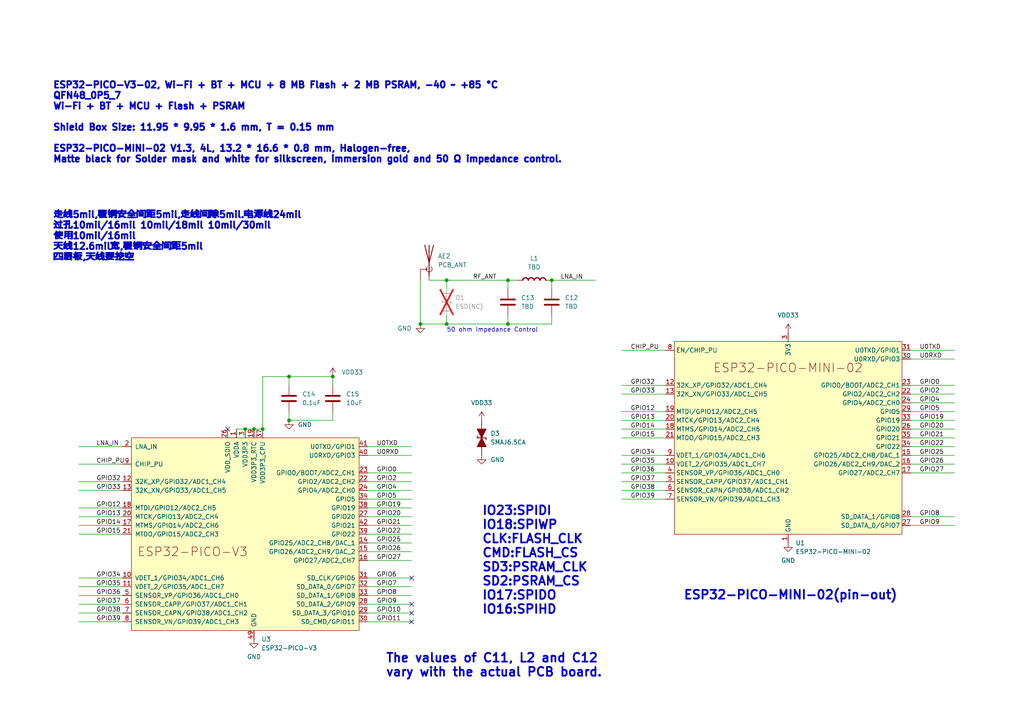
<source format=kicad_sch>
(kicad_sch (version 20250114) (generator "eeschema") (generator_version "9.0")
  (paper "A4")
  (lib_symbols
    (symbol "Device:Antenna_Shield" (pin_numbers (hide yes)) (pin_names (offset 1.016) (hide yes))
      (property "Reference" "AE" (at -1.905 4.445 0))
      (property "Value" "Antenna_Shield" (at -1.905 2.54 0))
      (symbol "Antenna_Shield_0_1"
        (arc (start 0 -2.667) (mid -0.8485 -2.1032) (end -0.508 -1.143))
        (polyline (pts (xy 0 5.08) (xy 0 -3.81)) (stroke (width 0.254)))
        (polyline (pts (xy 0 -2.54) (xy 0 0)))
        (arc (start 0.508 -1.143) (mid 0.8046 -2.0885) (end 0 -2.667))
        (polyline (pts (xy 0.762 -1.905) (xy 2.54 -1.905)))
        (circle (center 0.762 -1.905) (radius 0.1778) (fill (type outline)))
        (polyline (pts (xy 1.27 5.08) (xy 0 0) (xy -1.27 5.08)) (stroke (width 0.254)))
        (polyline (pts (xy 2.54 -2.54) (xy 2.54 -1.905)))
      )
      (symbol "Antenna_Shield_1_1"
        (pin input line (at 0 -5.08 90) (length 2.54) (name "A") (number "1"))
        (pin input line (at 2.54 -5.08 90) (length 2.54) (name "Shield") (number "2"))
      )
    )
    (symbol "Diode:ESD9B5.0ST5G" (pin_numbers (hide yes)) (pin_names (offset 1.016) (hide yes))
      (property "Reference" "D" (at 0 2.54 0))
      (property "Value" "ESD9B5.0ST5G" (at 0 -2.54 0))
      (symbol "ESD9B5.0ST5G_0_1"
        (polyline (pts (xy -2.54 -1.27) (xy 0 0) (xy -2.54 1.27) (xy -2.54 -1.27)) (stroke (width 0.2032)))
        (polyline (pts (xy 0.508 1.27) (xy 0 1.27) (xy 0 -1.27) (xy -0.508 -1.27)) (stroke (width 0.2032)))
        (polyline (pts (xy 1.27 0) (xy -1.27 0)))
        (polyline (pts (xy 2.54 1.27) (xy 2.54 -1.27) (xy 0 0) (xy 2.54 1.27)) (stroke (width 0.2032)))
      )
      (symbol "ESD9B5.0ST5G_1_1"
        (pin passive line (at -3.81 0 0) (length 2.54) (name "A1") (number "1"))
        (pin passive line (at 3.81 0 180) (length 2.54) (name "A2") (number "2"))
      )
    )
    (symbol "PCM_Capacitor_AKL:C_1206" (pin_numbers (hide yes)) (pin_names (offset 0.254))
      (property "Reference" "C" (at 0.635 2.54 0))
      (property "Value" "C_1206" (at 0.635 -2.54 0))
      (symbol "C_1206_0_1"
        (polyline (pts (xy -2.032 0.762) (xy 2.032 0.762)) (stroke (width 0.508)))
        (polyline (pts (xy -2.032 -0.762) (xy 2.032 -0.762)) (stroke (width 0.508)))
      )
      (symbol "C_1206_0_2"
        (polyline (pts (xy -2.54 -2.54) (xy -0.381 -0.381)))
        (polyline (pts (xy -0.508 -0.508) (xy -1.651 0.635)) (stroke (width 0.508)))
        (polyline (pts (xy -0.508 -0.508) (xy 0.635 -1.651)) (stroke (width 0.508)))
        (polyline (pts (xy 0.381 0.381) (xy 2.54 2.54)))
        (polyline (pts (xy 0.508 0.508) (xy -0.635 1.651)) (stroke (width 0.508)))
        (polyline (pts (xy 0.508 0.508) (xy 1.651 -0.635)) (stroke (width 0.508)))
      )
      (symbol "C_1206_1_1"
        (pin passive line (at 0 3.81 270) (length 2.794) (name "~") (number "1"))
        (pin passive line (at 0 -3.81 90) (length 2.794) (name "~") (number "2"))
      )
      (symbol "C_1206_1_2"
        (pin passive line (at -2.54 -2.54 90) (length 0) (name "~") (number "2"))
        (pin passive line (at 2.54 2.54 270) (length 0) (name "~") (number "1"))
      )
    )
    (symbol "PCM_Diode_TVS_AKL:SMAJ6.5CA" (pin_numbers (hide yes)) (pin_names (offset 1.016) (hide yes))
      (property "Reference" "D" (at 0 5.08 0))
      (property "Value" "SMAJ6.5CA" (at 0 2.54 0))
      (symbol "SMAJ6.5CA_0_1"
        (polyline (pts (xy 0 1.27) (xy 0 -1.27)) (stroke (width 0.254)))
        (polyline (pts (xy 0 1.27) (xy 0.508 1.27)) (stroke (width 0.254)))
        (polyline (pts (xy 0 0) (xy -2.54 1.27) (xy -2.54 -1.27) (xy 0 0)) (stroke (width 0.254)) (fill (type outline)))
        (polyline (pts (xy 0 -1.27) (xy -0.508 -1.27)) (stroke (width 0.254)))
        (polyline (pts (xy 1.27 0) (xy -1.27 0)))
        (polyline (pts (xy 2.54 1.27) (xy 2.54 -1.27) (xy 0 0) (xy 2.54 1.27)) (stroke (width 0.254)) (fill (type outline)))
      )
      (symbol "SMAJ6.5CA_0_2"
        (polyline (pts (xy -3.81 -3.81) (xy 3.81 3.81)))
        (polyline (pts (xy -1.778 -1.778) (xy -2.667 -0.889) (xy 0 0) (xy -0.889 -2.667) (xy -1.778 -1.778)) (stroke (width 0.254)) (fill (type outline)))
        (polyline (pts (xy -0.889 0.889) (xy -1.27 0.508)) (stroke (width 0.254)))
        (polyline (pts (xy -0.889 0.889) (xy 0.889 -0.889)) (stroke (width 0.254)))
        (polyline (pts (xy 0.889 -0.889) (xy 1.27 -0.508)) (stroke (width 0.254)))
        (polyline (pts (xy 1.778 1.778) (xy 2.667 0.889) (xy 0 0) (xy 0.889 2.667) (xy 1.778 1.778)) (stroke (width 0.254)) (fill (type outline)))
      )
      (symbol "SMAJ6.5CA_1_1"
        (pin passive line (at -5.08 0 0) (length 2.54) (name "K") (number "1"))
        (pin passive line (at 5.08 0 180) (length 2.54) (name "A") (number "2"))
      )
      (symbol "SMAJ6.5CA_1_2"
        (pin passive line (at -3.81 -3.81 0) (length 0) (name "A") (number "2"))
        (pin passive line (at 3.81 3.81 180) (length 0) (name "K") (number "1"))
      )
    )
    (symbol "PCM_Elektuur:L" (pin_numbers (hide yes)) (pin_names (offset 0) (hide yes))
      (property "Reference" "L" (at 2.54 3.175 0))
      (property "Value" "L" (at 2.54 -3.175 0))
      (symbol "L_1_0"
        (arc (start 0 3.302) (mid 0.6604 2.5146) (end 0 1.7272) (stroke (width 0.254)))
        (arc (start 0 1.6256) (mid 0.6604 0.8382) (end 0 0.0508) (stroke (width 0.254)))
        (arc (start 0 -0.0508) (mid 0.6604 -0.8382) (end 0 -1.6256) (stroke (width 0.254)))
        (arc (start 0 -1.7272) (mid 0.6604 -2.5146) (end 0 -3.302) (stroke (width 0.254)))
        (arc (start 0 3.4036) (mid 0.762 2.5146) (end 0 1.6256) (stroke (width 0.254)))
        (arc (start 0 1.7272) (mid 0.762 0.8382) (end 0 -0.0508) (stroke (width 0.254)))
        (arc (start 0 0.0508) (mid 0.762 -0.8382) (end 0 -1.7272) (stroke (width 0.254)))
        (arc (start 0 -1.6256) (mid 0.762 -2.5146) (end 0 -3.4036) (stroke (width 0.254)))
        (polyline (pts (xy 0 3.5052) (xy 0 3.302)) (stroke (width 0.254)))
        (polyline (pts (xy 0 1.7272) (xy 0 1.6256)) (stroke (width 0.254)))
        (polyline (pts (xy 0 0.0508) (xy 0 -0.0508)) (stroke (width 0.254)))
        (polyline (pts (xy 0 -1.6256) (xy 0 -1.7272)) (stroke (width 0.254)))
        (polyline (pts (xy 0 -3.302) (xy 0 -3.5052)) (stroke (width 0.254)))
        (pin passive line (at 0 5.08 270) (length 1.5748) (name "+") (number "1"))
        (pin passive line (at 0 -5.08 90) (length 1.5748) (name "-") (number "2"))
      )
      (symbol "L_1_2"
        (rectangle (start 1.524 3.3782) (end 1.9812 -3.3782) (stroke (width 0.254)) (fill (type outline)))
      )
      (symbol "L_1_3"
        (rectangle (start 1.524 3.0988) (end 1.9812 1.9304) (stroke (width 0.254)) (fill (type outline)))
        (rectangle (start 1.524 1.4224) (end 1.9812 0.254) (stroke (width 0.254)) (fill (type outline)))
        (rectangle (start 1.524 -0.254) (end 1.9812 -1.4224) (stroke (width 0.254)) (fill (type outline)))
        (rectangle (start 1.524 -1.9304) (end 1.9812 -3.0988) (stroke (width 0.254)) (fill (type outline)))
      )
    )
    (symbol "PCM_Espressif:ESP32-PICO-MINI-02"
      (property "Reference" "U" (at -33.02 33.02 0))
      (property "Value" "ESP32-PICO-MINI-02" (at -22.86 30.48 0))
      (symbol "ESP32-PICO-MINI-02_0_0"
        (text "ESP32-PICO-MINI-02" (at 0 20.32 0) (effects (font (size 2.54 2.54))))
        (pin power_in line (at 0 -30.48 90) (length 2.54) (name "GND") (number "1"))
        (pin passive line (at 0 -30.48 90) (length 2.54) (hide yes) (name "GND") (number "37"))
        (pin passive line (at 0 -30.48 90) (length 2.54) (hide yes) (name "GND") (number "38"))
        (pin passive line (at 0 -30.48 90) (length 2.54) (hide yes) (name "GND") (number "39"))
        (pin passive line (at 0 -30.48 90) (length 2.54) (hide yes) (name "GND") (number "40"))
        (pin passive line (at 0 -30.48 90) (length 2.54) (hide yes) (name "GND") (number "41"))
        (pin passive line (at 0 -30.48 90) (length 2.54) (hide yes) (name "GND") (number "42"))
        (pin passive line (at 0 -30.48 90) (length 2.54) (hide yes) (name "GND") (number "43"))
        (pin passive line (at 0 -30.48 90) (length 2.54) (hide yes) (name "GND") (number "44"))
        (pin passive line (at 0 -30.48 90) (length 2.54) (hide yes) (name "GND") (number "45"))
        (pin passive line (at 0 -30.48 90) (length 2.54) (hide yes) (name "GND") (number "46"))
        (pin passive line (at 0 -30.48 90) (length 2.54) (hide yes) (name "GND") (number "47"))
        (pin passive line (at 0 -30.48 90) (length 2.54) (hide yes) (name "GND") (number "48"))
        (pin passive line (at 0 -30.48 90) (length 2.54) (hide yes) (name "GND") (number "49"))
        (pin passive line (at 0 -30.48 90) (length 2.54) (hide yes) (name "GND") (number "50"))
        (pin passive line (at 0 -30.48 90) (length 2.54) (hide yes) (name "GND") (number "51"))
        (pin passive line (at 0 -30.48 90) (length 2.54) (hide yes) (name "GND") (number "52"))
        (pin passive line (at 0 -30.48 90) (length 2.54) (hide yes) (name "GND") (number "53"))
      )
      (symbol "ESP32-PICO-MINI-02_0_1"
        (rectangle (start -33.02 27.94) (end 33.02 -27.94) (fill (type background)))
      )
      (symbol "ESP32-PICO-MINI-02_1_1"
        (pin input line (at -35.56 25.4 0) (length 2.54) (name "EN/CHIP_PU") (number "8"))
        (pin bidirectional line (at -35.56 15.24 0) (length 2.54) (name "32K_XP/GPIO32/ADC1_CH4") (number "12"))
        (pin bidirectional line (at -35.56 12.7 0) (length 2.54) (name "32K_XN/GPIO33/ADC1_CH5") (number "13"))
        (pin bidirectional line (at -35.56 7.62 0) (length 2.54) (name "MTDI/GPIO12/ADC2_CH5") (number "19"))
        (pin bidirectional line (at -35.56 5.08 0) (length 2.54) (name "MTCK/GPIO13/ADC2_CH4") (number "20"))
        (pin bidirectional line (at -35.56 2.54 0) (length 2.54) (name "MTMS/GPIO14/ADC2_CH6") (number "18"))
        (pin bidirectional line (at -35.56 0 0) (length 2.54) (name "MTDO/GPIO15/ADC2_CH3") (number "21"))
        (pin input line (at -35.56 -5.08 0) (length 2.54) (name "VDET_1/GPIO34/ADC1_CH6") (number "9"))
        (pin input line (at -35.56 -7.62 0) (length 2.54) (name "VDET_2/GPIO35/ADC1_CH7") (number "10"))
        (pin input line (at -35.56 -10.16 0) (length 2.54) (name "SENSOR_VP/GPIO36/ADC1_CH0") (number "4"))
        (pin input line (at -35.56 -12.7 0) (length 2.54) (name "SENSOR_CAPP/GPIO37/ADC1_CH1") (number "5"))
        (pin input line (at -35.56 -15.24 0) (length 2.54) (name "SENSOR_CAPN/GPIO38/ADC1_CH2") (number "6"))
        (pin input line (at -35.56 -17.78 0) (length 2.54) (name "SENSOR_VN/GPIO39/ADC1_CH3") (number "7"))
        (pin no_connect line (at -33.02 -22.86 0) (length 2.54) (hide yes) (name "NC") (number "25"))
        (pin no_connect line (at -33.02 -25.4 0) (length 2.54) (hide yes) (name "NC") (number "32"))
        (pin power_in line (at 0 30.48 270) (length 2.54) (name "3V3") (number "3"))
        (pin passive line (at 0 -30.48 90) (length 2.54) (hide yes) (name "GND") (number "11"))
        (pin passive line (at 0 -30.48 90) (length 2.54) (hide yes) (name "GND") (number "14"))
        (pin passive line (at 0 -30.48 90) (length 2.54) (hide yes) (name "GND") (number "2"))
        (pin passive line (at 0 -30.48 90) (length 2.54) (hide yes) (name "GND") (number "36"))
        (pin bidirectional line (at 35.56 25.4 180) (length 2.54) (name "U0TXD/GPIO1") (number "31"))
        (pin bidirectional line (at 35.56 22.86 180) (length 2.54) (name "U0RXD/GPIO3") (number "30"))
        (pin bidirectional line (at 35.56 15.24 180) (length 2.54) (name "GPIO0/BOOT/ADC2_CH1") (number "23"))
        (pin bidirectional line (at 35.56 12.7 180) (length 2.54) (name "GPIO2/ADC2_CH2") (number "22"))
        (pin bidirectional line (at 35.56 10.16 180) (length 2.54) (name "GPIO4/ADC2_CH0") (number "24"))
        (pin bidirectional line (at 35.56 7.62 180) (length 2.54) (name "GPIO5") (number "29"))
        (pin bidirectional line (at 35.56 5.08 180) (length 2.54) (name "GPIO19") (number "33"))
        (pin bidirectional line (at 35.56 2.54 180) (length 2.54) (name "GPIO20") (number "26"))
        (pin bidirectional line (at 35.56 0 180) (length 2.54) (name "GPIO21") (number "35"))
        (pin bidirectional line (at 35.56 -2.54 180) (length 2.54) (name "GPIO22") (number "34"))
        (pin bidirectional line (at 35.56 -5.08 180) (length 2.54) (name "GPIO25/ADC2_CH8/DAC_1") (number "15"))
        (pin bidirectional line (at 35.56 -7.62 180) (length 2.54) (name "GPIO26/ADC2_CH9/DAC_2") (number "16"))
        (pin bidirectional line (at 35.56 -10.16 180) (length 2.54) (name "GPIO27/ADC2_CH7") (number "17"))
        (pin bidirectional line (at 35.56 -22.86 180) (length 2.54) (name "SD_DATA_1/GPIO8") (number "28"))
        (pin bidirectional line (at 35.56 -25.4 180) (length 2.54) (name "SD_DATA_0/GPIO7") (number "27"))
      )
    )
    (symbol "PCM_Espressif:ESP32-PICO-V3" (pin_names (offset 1.016))
      (property "Reference" "U" (at -33.02 33.02 0))
      (property "Value" "ESP32-PICO-V3" (at -33.02 30.48 0))
      (symbol "ESP32-PICO-V3_0_0"
        (text "ESP32-PICO-V3" (at -15.24 -5.08 0) (effects (font (size 2.54 2.54))))
      )
      (symbol "ESP32-PICO-V3_0_1"
        (rectangle (start -33.02 27.94) (end 33.02 -27.94) (fill (type background)))
      )
      (symbol "ESP32-PICO-V3_1_1"
        (pin bidirectional line (at -35.56 25.4 0) (length 2.54) (name "LNA_IN") (number "2"))
        (pin input line (at -35.56 20.32 0) (length 2.54) (name "CHIP_PU") (number "9"))
        (pin bidirectional line (at -35.56 15.24 0) (length 2.54) (name "32K_XP/GPIO32/ADC1_CH4") (number "12"))
        (pin bidirectional line (at -35.56 12.7 0) (length 2.54) (name "32K_XN/GPIO33/ADC1_CH5") (number "13"))
        (pin bidirectional line (at -35.56 7.62 0) (length 2.54) (name "MTDI/GPIO12/ADC2_CH5") (number "18"))
        (pin bidirectional line (at -35.56 5.08 0) (length 2.54) (name "MTCK/GPIO13/ADC2_CH4") (number "20"))
        (pin bidirectional line (at -35.56 2.54 0) (length 2.54) (name "MTMS/GPIO14/ADC2_CH6") (number "17"))
        (pin bidirectional line (at -35.56 0 0) (length 2.54) (name "MTDO/GPIO15/ADC2_CH3") (number "21"))
        (pin input line (at -35.56 -12.7 0) (length 2.54) (name "VDET_1/GPIO34/ADC1_CH6") (number "10"))
        (pin input line (at -35.56 -15.24 0) (length 2.54) (name "VDET_2/GPIO35/ADC1_CH7") (number "11"))
        (pin input line (at -35.56 -17.78 0) (length 2.54) (name "SENSOR_VP/GPIO36/ADC1_CH0") (number "5"))
        (pin input line (at -35.56 -20.32 0) (length 2.54) (name "SENSOR_CAPP/GPIO37/ADC1_CH1") (number "6"))
        (pin input line (at -35.56 -22.86 0) (length 2.54) (name "SENSOR_CAPN/GPIO38/ADC1_CH2") (number "7"))
        (pin input line (at -35.56 -25.4 0) (length 2.54) (name "SENSOR_VN/GPIO39/ADC1_CH3") (number "8"))
        (pin power_out line (at -5.08 30.48 270) (length 2.54) (name "VDD_SDIO") (number "26"))
        (pin power_in line (at -2.54 30.48 270) (length 2.54) (name "VDDA") (number "1"))
        (pin passive line (at -2.54 30.48 270) (length 2.54) (hide yes) (name "VDDA") (number "43"))
        (pin passive line (at -2.54 30.48 270) (length 2.54) (hide yes) (name "VDDA") (number "46"))
        (pin power_in line (at 0 30.48 270) (length 2.54) (name "VDD3P3") (number "3"))
        (pin passive line (at 0 30.48 270) (length 2.54) (hide yes) (name "VDD3P3") (number "4"))
        (pin power_in line (at 2.54 30.48 270) (length 2.54) (name "VDD3P3_RTC") (number "19"))
        (pin power_in line (at 2.54 -30.48 90) (length 2.54) (name "GND") (number "49"))
        (pin power_in line (at 5.08 30.48 270) (length 2.54) (name "VDD3P3_CPU") (number "37"))
        (pin bidirectional line (at 35.56 25.4 180) (length 2.54) (name "U0TXD/GPIO1") (number "41"))
        (pin bidirectional line (at 35.56 22.86 180) (length 2.54) (name "U0RXD/GPIO3") (number "40"))
        (pin bidirectional line (at 35.56 17.78 180) (length 2.54) (name "GPIO0/BOOT/ADC2_CH1") (number "23"))
        (pin bidirectional line (at 35.56 15.24 180) (length 2.54) (name "GPIO2/ADC2_CH2") (number "22"))
        (pin bidirectional line (at 35.56 12.7 180) (length 2.54) (name "GPIO4/ADC2_CH0") (number "24"))
        (pin bidirectional line (at 35.56 10.16 180) (length 2.54) (name "GPIO5") (number "34"))
        (pin bidirectional line (at 35.56 7.62 180) (length 2.54) (name "GPIO19") (number "38"))
        (pin bidirectional line (at 35.56 5.08 180) (length 2.54) (name "GPIO20") (number "27"))
        (pin bidirectional line (at 35.56 2.54 180) (length 2.54) (name "GPIO21") (number "42"))
        (pin bidirectional line (at 35.56 0 180) (length 2.54) (name "GPIO22") (number "39"))
        (pin bidirectional line (at 35.56 -2.54 180) (length 2.54) (name "GPIO25/ADC2_CH8/DAC_1") (number "14"))
        (pin bidirectional line (at 35.56 -5.08 180) (length 2.54) (name "GPIO26/ADC2_CH9/DAC_2") (number "15"))
        (pin bidirectional line (at 35.56 -7.62 180) (length 2.54) (name "GPIO27/ADC2_CH7") (number "16"))
        (pin bidirectional line (at 35.56 -12.7 180) (length 2.54) (name "SD_CLK/GPIO6") (number "31"))
        (pin bidirectional line (at 35.56 -15.24 180) (length 2.54) (name "SD_DATA_0/GPIO7") (number "32"))
        (pin bidirectional line (at 35.56 -17.78 180) (length 2.54) (name "SD_DATA_1/GPIO8") (number "33"))
        (pin bidirectional line (at 35.56 -20.32 180) (length 2.54) (name "SD_DATA_2/GPIO9") (number "28"))
        (pin bidirectional line (at 35.56 -22.86 180) (length 2.54) (name "SD_DATA_3/GPIO10") (number "29"))
        (pin bidirectional line (at 35.56 -25.4 180) (length 2.54) (name "SD_CMD/GPIO11") (number "30"))
      )
    )
    (symbol "power:+3.3V" (power) (pin_numbers (hide yes)) (pin_names (offset 0) (hide yes))
      (property "Value" "+3.3V" (at 0 3.556 0))
      (symbol "+3.3V_0_1"
        (polyline (pts (xy -0.762 1.27) (xy 0 2.54)))
        (polyline (pts (xy 0 2.54) (xy 0.762 1.27)))
        (polyline (pts (xy 0 0) (xy 0 2.54)))
      )
      (symbol "+3.3V_1_1"
        (pin power_in line (at 0 0 90) (length 0) (name "~") (number "1"))
      )
    )
    (symbol "power:GND" (power) (pin_numbers (hide yes)) (pin_names (offset 0) (hide yes))
      (property "Value" "GND" (at 0 -3.81 0))
      (symbol "GND_0_1"
        (polyline (pts (xy 0 0) (xy 0 -1.27) (xy 1.27 -1.27) (xy 0 -2.54) (xy -1.27 -1.27) (xy 0 -1.27)))
      )
      (symbol "GND_1_1"
        (pin power_in line (at 0 0 270) (length 0) (name "~") (number "1"))
      )
    )
  )
  (text "The values of C11, L2 and C12\nvary with the actual PCB board.\n" (exclude_from_sim yes) (at 111.76 193.04 0) (effects (font (size 2.54 2.54) (thickness 0.508) (bold yes)) (justify left)))
  (text "IO23:SPIDI\nIO18:SPIWP\nCLK:FLASH_CLK\nCMD:FLASH_CS\nSD3:PSRAM_CLK\nSD2:PSRAM_CS\nIO17:SPIDO\nIO16:SPIHD" (exclude_from_sim yes) (at 139.7 162.56 0) (effects (font (size 2.54 2.54) (thickness 0.508) (bold yes)) (justify left)))
  (text "50 ohm Impedance Control" (at 129.54 96.52 0) (effects (font (size 1.27 1.27)) (justify left bottom)))
  (text "ESP32-PICO-MINI-02(pin-out)" (exclude_from_sim yes) (at 198.12 172.72 0) (effects (font (size 2.54 2.54) (thickness 0.508) (bold yes)) (justify left)))
  (text "ESP32-PICO-V3-02, Wi-Fi + BT + MCU + 8 MB Flash + 2 MB PSRAM, -40 ~ +85 °C\nQFN48_0P5_7\nWi-Fi + BT + MCU + Flash + PSRAM\n\nShield Box Size: 11.95 * 9.95 * 1.6 mm, T = 0.15 mm\n\nESP32-PICO-MINI-02 V1.3, 4L, 13.2 * 16.6 * 0.8 mm, Halogen-free, \nMatte black for Solder mask and white for silkscreen, immersion gold and 50 Ω impedance control." (exclude_from_sim yes) (at 15.24 35.56 0) (effects (font (size 1.905 1.905) (thickness 0.508) (bold yes)) (justify left)))
  (text "走线5mil,覆铜安全间距5mil,走线间隙5mil.电源线24mil\n过孔10mil/16mil 10mil/18mil 10mil/30mil\n使用10mil/16mil\n天线12.6mil宽,覆铜安全间距5mil\n四层板,天线要挖空" (exclude_from_sim yes) (at 15.24 68.58 0) (effects (font (size 1.905 1.905) (thickness 0.508) (bold yes)) (justify left)))
  (junction (at 83.82 109.22))
  (junction (at 121.92 93.98))
  (junction (at 96.52 109.22))
  (junction (at 71.12 124.46))
  (junction (at 73.66 124.46))
  (junction (at 76.2 124.46))
  (junction (at 147.32 93.98))
  (junction (at 129.54 81.28))
  (junction (at 147.32 81.28))
  (junction (at 160.02 81.28))
  (junction (at 83.82 121.92))
  (junction (at 129.54 93.98))
  (no_connect (at 119.38 175.26))
  (no_connect (at 119.38 167.64))
  (no_connect (at 119.38 177.8))
  (no_connect (at 66.04 124.46))
  (no_connect (at 119.38 180.34))
  (wire (pts (xy 96.52 119.38) (xy 96.52 121.92)))
  (wire (pts (xy 264.16 127) (xy 276.86 127)))
  (wire (pts (xy 180.34 137.16) (xy 193.04 137.16)))
  (wire (pts (xy 180.34 121.92) (xy 193.04 121.92)))
  (wire (pts (xy 83.82 109.22) (xy 83.82 111.76)))
  (wire (pts (xy 22.86 154.94) (xy 35.56 154.94)))
  (wire (pts (xy 106.68 160.02) (xy 119.38 160.02)))
  (wire (pts (xy 106.68 157.48) (xy 119.38 157.48)))
  (wire (pts (xy 106.68 137.16) (xy 119.38 137.16)))
  (wire (pts (xy 147.32 81.28) (xy 147.32 83.82)))
  (wire (pts (xy 264.16 137.16) (xy 276.86 137.16)))
  (wire (pts (xy 129.54 93.98) (xy 147.32 93.98)))
  (wire (pts (xy 180.34 114.3) (xy 193.04 114.3)))
  (wire (pts (xy 180.34 142.24) (xy 193.04 142.24)))
  (wire (pts (xy 106.68 180.34) (xy 119.38 180.34)))
  (wire (pts (xy 180.34 101.6) (xy 193.04 101.6)))
  (wire (pts (xy 106.68 129.54) (xy 119.38 129.54)))
  (wire (pts (xy 106.68 149.86) (xy 119.38 149.86)))
  (wire (pts (xy 22.86 180.34) (xy 35.56 180.34)))
  (wire (pts (xy 106.68 132.08) (xy 119.38 132.08)))
  (wire (pts (xy 22.86 167.64) (xy 35.56 167.64)))
  (wire (pts (xy 264.16 101.6) (xy 276.86 101.6)))
  (wire (pts (xy 106.68 139.7) (xy 119.38 139.7)))
  (wire (pts (xy 180.34 124.46) (xy 193.04 124.46)))
  (wire (pts (xy 264.16 149.86) (xy 276.86 149.86)))
  (wire (pts (xy 22.86 142.24) (xy 35.56 142.24)))
  (wire (pts (xy 121.92 81.28) (xy 121.92 93.98)))
  (wire (pts (xy 180.34 139.7) (xy 193.04 139.7)))
  (wire (pts (xy 264.16 129.54) (xy 276.86 129.54)))
  (wire (pts (xy 22.86 177.8) (xy 35.56 177.8)))
  (wire (pts (xy 147.32 91.44) (xy 147.32 93.98)))
  (wire (pts (xy 106.68 175.26) (xy 119.38 175.26)))
  (wire (pts (xy 71.12 124.46) (xy 73.66 124.46)))
  (wire (pts (xy 129.54 81.28) (xy 129.54 83.82)))
  (wire (pts (xy 180.34 134.62) (xy 193.04 134.62)))
  (wire (pts (xy 264.16 116.84) (xy 276.86 116.84)))
  (wire (pts (xy 264.16 114.3) (xy 276.86 114.3)))
  (wire (pts (xy 76.2 109.22) (xy 83.82 109.22)))
  (wire (pts (xy 160.02 83.82) (xy 160.02 81.28)))
  (wire (pts (xy 180.34 127) (xy 193.04 127)))
  (wire (pts (xy 180.34 132.08) (xy 193.04 132.08)))
  (wire (pts (xy 121.92 93.98) (xy 129.54 93.98)))
  (wire (pts (xy 264.16 121.92) (xy 276.86 121.92)))
  (wire (pts (xy 160.02 81.28) (xy 172.72 81.28)))
  (wire (pts (xy 180.34 111.76) (xy 193.04 111.76)))
  (wire (pts (xy 264.16 111.76) (xy 276.86 111.76)))
  (wire (pts (xy 22.86 134.62) (xy 35.56 134.62)))
  (wire (pts (xy 264.16 104.14) (xy 276.86 104.14)))
  (wire (pts (xy 264.16 124.46) (xy 276.86 124.46)))
  (wire (pts (xy 160.02 93.98) (xy 160.02 91.44)))
  (wire (pts (xy 22.86 129.54) (xy 35.56 129.54)))
  (wire (pts (xy 106.68 177.8) (xy 119.38 177.8)))
  (wire (pts (xy 22.86 172.72) (xy 35.56 172.72)))
  (wire (pts (xy 264.16 152.4) (xy 276.86 152.4)))
  (wire (pts (xy 76.2 109.22) (xy 76.2 124.46)))
  (wire (pts (xy 106.68 147.32) (xy 119.38 147.32)))
  (wire (pts (xy 96.52 121.92) (xy 83.82 121.92)))
  (wire (pts (xy 68.58 124.46) (xy 71.12 124.46)))
  (wire (pts (xy 106.68 144.78) (xy 119.38 144.78)))
  (wire (pts (xy 22.86 139.7) (xy 35.56 139.7)))
  (wire (pts (xy 106.68 167.64) (xy 119.38 167.64)))
  (wire (pts (xy 180.34 144.78) (xy 193.04 144.78)))
  (wire (pts (xy 96.52 109.22) (xy 83.82 109.22)))
  (wire (pts (xy 180.34 119.38) (xy 193.04 119.38)))
  (wire (pts (xy 106.68 170.18) (xy 119.38 170.18)))
  (wire (pts (xy 129.54 91.44) (xy 129.54 93.98)))
  (wire (pts (xy 22.86 147.32) (xy 35.56 147.32)))
  (wire (pts (xy 149.86 81.28) (xy 147.32 81.28)))
  (wire (pts (xy 22.86 152.4) (xy 35.56 152.4)))
  (wire (pts (xy 22.86 175.26) (xy 35.56 175.26)))
  (wire (pts (xy 96.52 109.22) (xy 96.52 111.76)))
  (wire (pts (xy 22.86 149.86) (xy 35.56 149.86)))
  (wire (pts (xy 22.86 170.18) (xy 35.56 170.18)))
  (wire (pts (xy 106.68 154.94) (xy 119.38 154.94)))
  (wire (pts (xy 124.46 81.28) (xy 129.54 81.28)))
  (wire (pts (xy 264.16 132.08) (xy 276.86 132.08)))
  (wire (pts (xy 83.82 119.38) (xy 83.82 121.92)))
  (wire (pts (xy 73.66 124.46) (xy 76.2 124.46)))
  (wire (pts (xy 106.68 162.56) (xy 119.38 162.56)))
  (wire (pts (xy 264.16 119.38) (xy 276.86 119.38)))
  (wire (pts (xy 264.16 134.62) (xy 276.86 134.62)))
  (wire (pts (xy 147.32 93.98) (xy 160.02 93.98)))
  (wire (pts (xy 106.68 172.72) (xy 119.38 172.72)))
  (wire (pts (xy 106.68 152.4) (xy 119.38 152.4)))
  (wire (pts (xy 129.54 81.28) (xy 147.32 81.28)))
  (wire (pts (xy 106.68 142.24) (xy 119.38 142.24)))
  (label "GPIO21" (at 266.7 127 0))
  (label "GPIO14" (at 27.94 152.4 0))
  (label "GPIO19" (at 109.22 147.32 0))
  (label "GPIO13" (at 27.94 149.86 0))
  (label "GPIO2" (at 109.22 139.7 0))
  (label "GPIO22" (at 109.22 154.94 0))
  (label "GPIO34" (at 27.94 167.64 0))
  (label "GPIO11" (at 109.22 180.34 0))
  (label "GPIO34" (at 182.88 132.08 0))
  (label "GPIO12" (at 27.94 147.32 0))
  (label "GPIO27" (at 266.7 137.16 0))
  (label "GPIO20" (at 109.22 149.86 0))
  (label "LNA_IN" (at 27.94 129.54 0))
  (label "GPIO8" (at 266.7 149.86 0))
  (label "GPIO26" (at 266.7 134.62 0))
  (label "U0RXD" (at 266.7 104.14 0))
  (label "GPIO7" (at 109.22 170.18 0))
  (label "GPIO10" (at 109.22 177.8 0))
  (label "GPIO36" (at 182.88 137.16 0))
  (label "GPIO32" (at 182.88 111.76 0))
  (label "GPIO32" (at 27.94 139.7 0))
  (label "CHIP_PU" (at 182.88 101.6 0))
  (label "GPIO2" (at 266.7 114.3 0))
  (label "GPIO14" (at 182.88 124.46 0))
  (label "GPIO8" (at 109.22 172.72 0))
  (label "GPIO4" (at 109.22 142.24 0))
  (label "GPIO19" (at 266.7 121.92 0))
  (label "GPIO5" (at 109.22 144.78 0))
  (label "U0TXD" (at 266.7 101.6 0))
  (label "GPIO20" (at 266.7 124.46 0))
  (label "GPIO39" (at 27.94 180.34 0))
  (label "GPIO21" (at 109.22 152.4 0))
  (label "GPIO4" (at 266.7 116.84 0))
  (label "GPIO27" (at 109.22 162.56 0))
  (label "GPIO25" (at 109.22 157.48 0))
  (label "GPIO38" (at 27.94 177.8 0))
  (label "GPIO0" (at 266.7 111.76 0))
  (label "GPIO33" (at 27.94 142.24 0))
  (label "GPIO9" (at 266.7 152.4 0))
  (label "U0RXD" (at 109.22 132.08 0))
  (label "GPIO38" (at 182.88 142.24 0))
  (label "CHIP_PU" (at 27.94 134.62 0))
  (label "GPIO0" (at 109.22 137.16 0))
  (label "GPIO37" (at 27.94 175.26 0))
  (label "GPIO13" (at 182.88 121.92 0))
  (label "GPIO15" (at 27.94 154.94 0))
  (label "GPIO5" (at 266.7 119.38 0))
  (label "GPIO35" (at 27.94 170.18 0))
  (label "RF_ANT" (at 137.16 81.28 0))
  (label "GPIO33" (at 182.88 114.3 0))
  (label "GPIO37" (at 182.88 139.7 0))
  (label "GPIO9" (at 109.22 175.26 0))
  (label "GPIO6" (at 109.22 167.64 0))
  (label "GPIO35" (at 182.88 134.62 0))
  (label "GPIO36" (at 27.94 172.72 0))
  (label "GPIO26" (at 109.22 160.02 0))
  (label "GPIO39" (at 182.88 144.78 0))
  (label "LNA_IN" (at 162.56 81.28 0))
  (label "U0TXD" (at 109.22 129.54 0))
  (label "GPIO22" (at 266.7 129.54 0))
  (label "GPIO15" (at 182.88 127 0))
  (label "GPIO12" (at 182.88 119.38 0))
  (label "GPIO25" (at 266.7 132.08 0))
  (symbol (lib_id "power:GND") (at 228.6 157.48 0) (unit 1)
    (property "Reference" "#PWR016" (effects (hide yes)))
    (property "Value" "GND" (at 228.6 162.56 0))
    (property "Description" "Power symbol creates a global label with name \"GND\" , ground" (effects (hide yes)))
  )
  (symbol (lib_id "PCM_Capacitor_AKL:C_1206") (at 96.52 115.57 0) (unit 1)
    (property "Reference" "C15" (at 100.33 114.2999 0) (effects (justify left)))
    (property "Value" "10uF" (at 100.33 116.8399 0) (effects (justify left)))
    (property "Footprint" "PCM_Capacitor_SMD_AKL:C_1206_3216Metric" (effects (hide yes)))
    (property "Description" "SMD 1206 MLCC capacitor, Alternate KiCad Library" (effects (hide yes)))
  )
  (symbol (lib_id "power:+3.3V") (at 139.7 121.92 0) (unit 1)
    (property "Reference" "#PWR013" (effects (hide yes)))
    (property "Value" "VDD33" (at 139.7 116.84 0))
    (property "Description" "Power symbol creates a global label with name \"+3.3V\"" (effects (hide yes)))
  )
  (symbol (lib_id "PCM_Espressif:ESP32-PICO-MINI-02") (at 228.6 127 0) (unit 1)
    (property "Reference" "U1" (at 230.7433 157.48 0) (effects (justify left)))
    (property "Value" "ESP32-PICO-MINI-02" (at 230.7433 160.02 0) (effects (justify left)))
    (property "Footprint" "PCM_Espressif:ESP32-PICO-MINI-02" (effects (hide yes)))
    (property "Datasheet" "https://www.espressif.com/sites/default/files/documentation/esp32-pico-mini-02_datasheet_en.pdf" (effects (hide yes)))
    (property "Description" "ESP32-PICO-V3-02 MCU, SiP, 8MB Flash, 2 MB PSRAM in ESP32-MINI-format" (effects (hide yes)))
  )
  (symbol (lib_id "PCM_Elektuur:L") (at 154.94 81.28 90) (unit 1)
    (property "Reference" "L1" (at 154.94 74.93 90))
    (property "Value" "TBD" (at 154.94 77.47 90))
    (property "Description" "coil/winding/inductor/choke/reactor" (effects (hide yes)))
    (property "Indicator" "●" (effects (hide yes)))
    (property "Rating" "A" (effects (hide yes)))
  )
  (symbol (lib_id "PCM_Diode_TVS_AKL:SMAJ6.5CA") (at 139.7 127 90) (unit 1)
    (property "Reference" "D3" (at 142.24 125.7299 90) (effects (justify right)))
    (property "Value" "SMAJ6.5CA" (at 142.24 128.2699 90) (effects (justify right)))
    (property "Footprint" "PCM_Diode_SMD_AKL:D_SMA_TVS" (effects (hide yes)))
    (property "Datasheet" "https://www.tme.eu/Document/dbc72d81c249fe51b6ab42300e8e06d0/SMAJ_ser.pdf" (effects (hide yes)))
    (property "Description" "SMA Bidirectional TVS Diode, 6.5V, 400W, Alternate KiCAD Library" (effects (hide yes)))
  )
  (symbol (lib_id "Device:Antenna_Shield") (at 124.46 76.2 0) (mirror y) (unit 1)
    (property "Reference" "AE2" (at 127 74.2949 0) (effects (justify right)))
    (property "Value" "PCB_ANT" (at 127 76.8349 0) (effects (justify right)))
    (property "Description" "Antenna with extra pin for shielding" (effects (hide yes)))
  )
  (symbol (lib_id "power:GND") (at 121.92 93.98 0) (unit 1)
    (property "Reference" "#PWR01" (effects (hide yes)))
    (property "Value" "GND" (at 119.38 95.2499 0) (effects (justify right)))
    (property "Description" "Power symbol creates a global label with name \"GND\" , ground" (effects (hide yes)))
  )
  (symbol (lib_id "power:GND") (at 83.82 121.92 0) (unit 1)
    (property "Reference" "#PWR019" (effects (hide yes)))
    (property "Value" "GND" (at 86.36 123.1899 0) (effects (justify left)))
    (property "Description" "Power symbol creates a global label with name \"GND\" , ground" (effects (hide yes)))
  )
  (symbol (lib_id "power:GND") (at 139.7 132.08 0) (unit 1)
    (property "Reference" "#PWR014" (effects (hide yes)))
    (property "Value" "GND" (at 142.24 133.3499 0) (effects (justify left)))
    (property "Description" "Power symbol creates a global label with name \"GND\" , ground" (effects (hide yes)))
  )
  (symbol (lib_id "PCM_Espressif:ESP32-PICO-V3") (at 71.12 154.94 0) (unit 1)
    (property "Reference" "U3" (at 75.8033 185.42 0) (effects (justify left)))
    (property "Value" "ESP32-PICO-V3" (at 75.8033 187.96 0) (effects (justify left)))
    (property "Footprint" "Package_DFN_QFN:QFN-48-1EP_7x7mm_P0.5mm_EP5.15x5.15mm" (effects (hide yes)))
    (property "Datasheet" "https://www.espressif.com/sites/default/files/documentation/esp32-pico-v3_datasheet_en.pdf" (effects (hide yes)))
    (property "Description" "The ESP32-PICO-V3 is a System-in-Package (SiP) device that is based on ESP32 with ECO V3 wafer, providingcomplete Wi-Fi and Bluetooth®functionalities. It integrates a 4 MB SPI flash." (effects (hide yes)))
  )
  (symbol (lib_id "PCM_Capacitor_AKL:C_1206") (at 160.02 87.63 0) (unit 1)
    (property "Reference" "C12" (at 163.83 86.3599 0) (effects (justify left)))
    (property "Value" "TBD" (at 163.83 88.8999 0) (effects (justify left)))
    (property "Footprint" "PCM_Capacitor_SMD_AKL:C_1206_3216Metric" (effects (hide yes)))
    (property "Description" "SMD 1206 MLCC capacitor, Alternate KiCad Library" (effects (hide yes)))
  )
  (symbol (lib_id "PCM_Capacitor_AKL:C_1206") (at 83.82 115.57 0) (unit 1)
    (property "Reference" "C14" (at 87.63 114.2999 0) (effects (justify left)))
    (property "Value" "0.1uF" (at 87.63 116.8399 0) (effects (justify left)))
    (property "Footprint" "PCM_Capacitor_SMD_AKL:C_1206_3216Metric" (effects (hide yes)))
    (property "Description" "SMD 1206 MLCC capacitor, Alternate KiCad Library" (effects (hide yes)))
  )
  (symbol (lib_id "PCM_Capacitor_AKL:C_1206") (at 147.32 87.63 0) (unit 1)
    (property "Reference" "C13" (at 151.13 86.3599 0) (effects (justify left)))
    (property "Value" "TBD" (at 151.13 88.8999 0) (effects (justify left)))
    (property "Footprint" "PCM_Capacitor_SMD_AKL:C_1206_3216Metric" (effects (hide yes)))
    (property "Description" "SMD 1206 MLCC capacitor, Alternate KiCad Library" (effects (hide yes)))
  )
  (symbol (lib_id "Diode:ESD9B5.0ST5G") (at 129.54 87.63 90) (unit 1) (dnp yes)
    (property "Reference" "D1" (at 132.08 86.3599 90) (effects (justify right)))
    (property "Value" "ESD(NC)" (at 132.08 88.8999 90) (effects (justify right)))
    (property "Footprint" "Diode_SMD:D_SOD-923" (effects (hide yes)))
    (property "Datasheet" "https://www.onsemi.com/pub/Collateral/ESD9B-D.PDF" (effects (hide yes)))
    (property "Description" "ESD protection diode, 5.0Vrwm, SOD-923" (effects (hide yes)))
  )
  (symbol (lib_id "power:GND") (at 73.66 185.42 0) (unit 1)
    (property "Reference" "#PWR015" (effects (hide yes)))
    (property "Value" "GND" (at 73.66 190.5 0))
    (property "Description" "Power symbol creates a global label with name \"GND\" , ground" (effects (hide yes)))
  )
  (symbol (lib_id "power:+3.3V") (at 228.6 96.52 0) (unit 1)
    (property "Reference" "#PWR017" (effects (hide yes)))
    (property "Value" "VDD33" (at 228.6 91.44 0))
    (property "Description" "Power symbol creates a global label with name \"+3.3V\"" (effects (hide yes)))
  )
  (symbol (lib_id "power:+3.3V") (at 96.52 109.22 0) (unit 1)
    (property "Reference" "#PWR018" (effects (hide yes)))
    (property "Value" "VDD33" (at 99.06 107.9499 0) (effects (justify left)))
    (property "Description" "Power symbol creates a global label with name \"+3.3V\"" (effects (hide yes)))
  )
)
</source>
